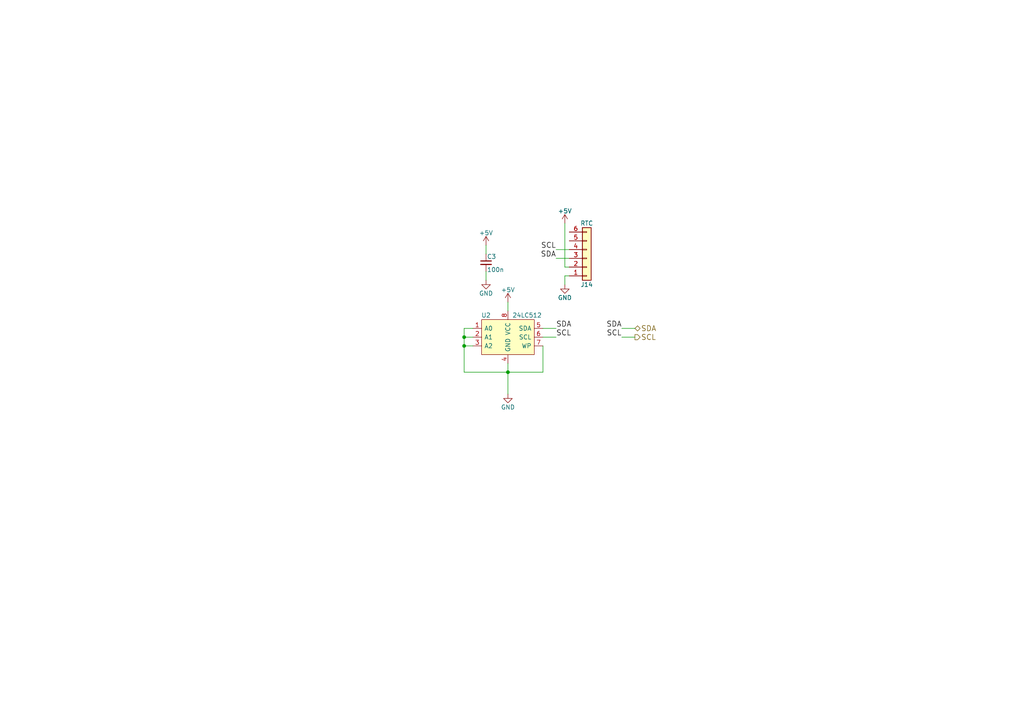
<source format=kicad_sch>
(kicad_sch (version 20230121) (generator eeschema)

  (uuid f581bb73-9b30-494e-a029-561fad72ae47)

  (paper "A4")

  (lib_symbols
    (symbol "bluepill-rescue:+5V" (power) (pin_names (offset 0)) (in_bom yes) (on_board yes)
      (property "Reference" "#PWR" (at 0 -3.81 0)
        (effects (font (size 1.27 1.27)) hide)
      )
      (property "Value" "+5V" (at 0 3.556 0)
        (effects (font (size 1.27 1.27)))
      )
      (property "Footprint" "" (at 0 0 0)
        (effects (font (size 1.27 1.27)) hide)
      )
      (property "Datasheet" "" (at 0 0 0)
        (effects (font (size 1.27 1.27)) hide)
      )
      (symbol "+5V_0_1"
        (polyline
          (pts
            (xy -0.762 1.27)
            (xy 0 2.54)
          )
          (stroke (width 0) (type solid))
          (fill (type none))
        )
        (polyline
          (pts
            (xy 0 0)
            (xy 0 2.54)
          )
          (stroke (width 0) (type solid))
          (fill (type none))
        )
        (polyline
          (pts
            (xy 0 2.54)
            (xy 0.762 1.27)
          )
          (stroke (width 0) (type solid))
          (fill (type none))
        )
      )
      (symbol "+5V_1_1"
        (pin power_in line (at 0 0 90) (length 0) hide
          (name "+5V" (effects (font (size 1.27 1.27))))
          (number "1" (effects (font (size 1.27 1.27))))
        )
      )
    )
    (symbol "bluepill-rescue:24LC512" (pin_names (offset 0.762)) (in_bom yes) (on_board yes)
      (property "Reference" "U" (at -6.35 6.35 0)
        (effects (font (size 1.27 1.27)))
      )
      (property "Value" "24LC512" (at 5.08 6.35 0)
        (effects (font (size 1.27 1.27)) hide)
      )
      (property "Footprint" "SOIC-8_3.9x4.9mm_Pitch1.27mm" (at 1.27 -6.35 0)
        (effects (font (size 1.27 1.27)) (justify left) hide)
      )
      (property "Datasheet" "" (at 0 -2.54 0)
        (effects (font (size 1.27 1.27)) hide)
      )
      (property "ki_fp_filters" "SOIC*" (at 0 0 0)
        (effects (font (size 1.27 1.27)) hide)
      )
      (symbol "24LC512_0_0"
        (pin power_in line (at 0 -7.62 90) (length 2.54)
          (name "GND" (effects (font (size 1.27 1.27))))
          (number "4" (effects (font (size 1.27 1.27))))
        )
        (pin power_in line (at 0 7.62 270) (length 2.54)
          (name "VCC" (effects (font (size 1.27 1.27))))
          (number "8" (effects (font (size 1.27 1.27))))
        )
      )
      (symbol "24LC512_1_1"
        (rectangle (start -7.62 5.08) (end 7.62 -5.08)
          (stroke (width 0) (type solid))
          (fill (type background))
        )
        (pin input line (at -10.16 2.54 0) (length 2.54)
          (name "A0" (effects (font (size 1.27 1.27))))
          (number "1" (effects (font (size 1.27 1.27))))
        )
        (pin input line (at -10.16 0 0) (length 2.54)
          (name "A1" (effects (font (size 1.27 1.27))))
          (number "2" (effects (font (size 1.27 1.27))))
        )
        (pin input line (at -10.16 -2.54 0) (length 2.54)
          (name "A2" (effects (font (size 1.27 1.27))))
          (number "3" (effects (font (size 1.27 1.27))))
        )
        (pin bidirectional line (at 10.16 2.54 180) (length 2.54)
          (name "SDA" (effects (font (size 1.27 1.27))))
          (number "5" (effects (font (size 1.27 1.27))))
        )
        (pin input line (at 10.16 0 180) (length 2.54)
          (name "SCL" (effects (font (size 1.27 1.27))))
          (number "6" (effects (font (size 1.27 1.27))))
        )
        (pin input line (at 10.16 -2.54 180) (length 2.54)
          (name "WP" (effects (font (size 1.27 1.27))))
          (number "7" (effects (font (size 1.27 1.27))))
        )
      )
    )
    (symbol "bluepill-rescue:C_Small" (pin_numbers hide) (pin_names (offset 0.254) hide) (in_bom yes) (on_board yes)
      (property "Reference" "C" (at 0.254 1.778 0)
        (effects (font (size 1.27 1.27)) (justify left))
      )
      (property "Value" "C_Small" (at 0.254 -2.032 0)
        (effects (font (size 1.27 1.27)) (justify left))
      )
      (property "Footprint" "" (at 0 0 0)
        (effects (font (size 1.27 1.27)) hide)
      )
      (property "Datasheet" "" (at 0 0 0)
        (effects (font (size 1.27 1.27)) hide)
      )
      (property "ki_fp_filters" "C_*" (at 0 0 0)
        (effects (font (size 1.27 1.27)) hide)
      )
      (symbol "C_Small_0_1"
        (polyline
          (pts
            (xy -1.524 -0.508)
            (xy 1.524 -0.508)
          )
          (stroke (width 0.3302) (type solid))
          (fill (type none))
        )
        (polyline
          (pts
            (xy -1.524 0.508)
            (xy 1.524 0.508)
          )
          (stroke (width 0.3048) (type solid))
          (fill (type none))
        )
      )
      (symbol "C_Small_1_1"
        (pin passive line (at 0 2.54 270) (length 2.032)
          (name "~" (effects (font (size 1.27 1.27))))
          (number "1" (effects (font (size 1.27 1.27))))
        )
        (pin passive line (at 0 -2.54 90) (length 2.032)
          (name "~" (effects (font (size 1.27 1.27))))
          (number "2" (effects (font (size 1.27 1.27))))
        )
      )
    )
    (symbol "bluepill-rescue:Conn_01x06" (pin_names (offset 1.016) hide) (in_bom yes) (on_board yes)
      (property "Reference" "J" (at 0 7.62 0)
        (effects (font (size 1.27 1.27)))
      )
      (property "Value" "Conn_01x06" (at 0 -10.16 0)
        (effects (font (size 1.27 1.27)))
      )
      (property "Footprint" "" (at 0 0 0)
        (effects (font (size 1.27 1.27)) hide)
      )
      (property "Datasheet" "" (at 0 0 0)
        (effects (font (size 1.27 1.27)) hide)
      )
      (property "ki_fp_filters" "Connector*:*_??x*mm* Connector*:*1x??x*mm* Pin?Header?Straight?1X* Pin?Header?Angled?1X* Socket?Strip?Straight?1X* Socket?Strip?Angled?1X*" (at 0 0 0)
        (effects (font (size 1.27 1.27)) hide)
      )
      (symbol "Conn_01x06_1_1"
        (rectangle (start -1.27 -7.493) (end 0 -7.747)
          (stroke (width 0.1524) (type solid))
          (fill (type none))
        )
        (rectangle (start -1.27 -4.953) (end 0 -5.207)
          (stroke (width 0.1524) (type solid))
          (fill (type none))
        )
        (rectangle (start -1.27 -2.413) (end 0 -2.667)
          (stroke (width 0.1524) (type solid))
          (fill (type none))
        )
        (rectangle (start -1.27 0.127) (end 0 -0.127)
          (stroke (width 0.1524) (type solid))
          (fill (type none))
        )
        (rectangle (start -1.27 2.667) (end 0 2.413)
          (stroke (width 0.1524) (type solid))
          (fill (type none))
        )
        (rectangle (start -1.27 5.207) (end 0 4.953)
          (stroke (width 0.1524) (type solid))
          (fill (type none))
        )
        (rectangle (start -1.27 6.35) (end 1.27 -8.89)
          (stroke (width 0.254) (type solid))
          (fill (type background))
        )
        (pin passive line (at -5.08 5.08 0) (length 3.81)
          (name "Pin_1" (effects (font (size 1.27 1.27))))
          (number "1" (effects (font (size 1.27 1.27))))
        )
        (pin passive line (at -5.08 2.54 0) (length 3.81)
          (name "Pin_2" (effects (font (size 1.27 1.27))))
          (number "2" (effects (font (size 1.27 1.27))))
        )
        (pin passive line (at -5.08 0 0) (length 3.81)
          (name "Pin_3" (effects (font (size 1.27 1.27))))
          (number "3" (effects (font (size 1.27 1.27))))
        )
        (pin passive line (at -5.08 -2.54 0) (length 3.81)
          (name "Pin_4" (effects (font (size 1.27 1.27))))
          (number "4" (effects (font (size 1.27 1.27))))
        )
        (pin passive line (at -5.08 -5.08 0) (length 3.81)
          (name "Pin_5" (effects (font (size 1.27 1.27))))
          (number "5" (effects (font (size 1.27 1.27))))
        )
        (pin passive line (at -5.08 -7.62 0) (length 3.81)
          (name "Pin_6" (effects (font (size 1.27 1.27))))
          (number "6" (effects (font (size 1.27 1.27))))
        )
      )
    )
    (symbol "bluepill-rescue:GND" (power) (pin_names (offset 0)) (in_bom yes) (on_board yes)
      (property "Reference" "#PWR" (at 0 -6.35 0)
        (effects (font (size 1.27 1.27)) hide)
      )
      (property "Value" "GND" (at 0 -3.81 0)
        (effects (font (size 1.27 1.27)))
      )
      (property "Footprint" "" (at 0 0 0)
        (effects (font (size 1.27 1.27)) hide)
      )
      (property "Datasheet" "" (at 0 0 0)
        (effects (font (size 1.27 1.27)) hide)
      )
      (symbol "GND_0_1"
        (polyline
          (pts
            (xy 0 0)
            (xy 0 -1.27)
            (xy 1.27 -1.27)
            (xy 0 -2.54)
            (xy -1.27 -1.27)
            (xy 0 -1.27)
          )
          (stroke (width 0) (type solid))
          (fill (type none))
        )
      )
      (symbol "GND_1_1"
        (pin power_in line (at 0 0 270) (length 0) hide
          (name "GND" (effects (font (size 1.27 1.27))))
          (number "1" (effects (font (size 1.27 1.27))))
        )
      )
    )
  )

  (junction (at 147.32 107.95) (diameter 0) (color 0 0 0 0)
    (uuid 71b2b710-9e66-4018-9805-872d31ee0a20)
  )
  (junction (at 134.62 97.79) (diameter 0) (color 0 0 0 0)
    (uuid 8154c1f8-3ddf-4a9c-89a5-9fb10dc8bf17)
  )
  (junction (at 134.62 100.33) (diameter 0) (color 0 0 0 0)
    (uuid ff58db4d-4027-45f8-8b35-a7af5d9a5f24)
  )

  (wire (pts (xy 163.83 77.47) (xy 163.83 64.77))
    (stroke (width 0) (type default))
    (uuid 21354662-43b6-48d7-ad0e-8e1019fd9331)
  )
  (wire (pts (xy 165.1 72.39) (xy 161.29 72.39))
    (stroke (width 0) (type default))
    (uuid 2cecb86c-90f6-4fcc-aad2-83c67d3f4cdd)
  )
  (wire (pts (xy 147.32 107.95) (xy 147.32 114.3))
    (stroke (width 0) (type default))
    (uuid 392fbdb1-8c66-4150-9232-1d168067e963)
  )
  (wire (pts (xy 137.16 97.79) (xy 134.62 97.79))
    (stroke (width 0) (type default))
    (uuid 4dd6b870-a142-49a5-a2e4-966b7e68b512)
  )
  (wire (pts (xy 165.1 80.01) (xy 163.83 80.01))
    (stroke (width 0) (type default))
    (uuid 593126ff-08de-4cfd-a6c4-17533a12f507)
  )
  (wire (pts (xy 137.16 100.33) (xy 134.62 100.33))
    (stroke (width 0) (type default))
    (uuid 5a979765-2592-4e79-8990-9409a0f3a96c)
  )
  (wire (pts (xy 134.62 107.95) (xy 147.32 107.95))
    (stroke (width 0) (type default))
    (uuid 5df0665d-944f-4ddb-b714-bc522468101a)
  )
  (wire (pts (xy 134.62 95.25) (xy 134.62 97.79))
    (stroke (width 0) (type default))
    (uuid 64e978ad-5926-4201-aac9-f7b22df4e4ed)
  )
  (wire (pts (xy 165.1 74.93) (xy 161.29 74.93))
    (stroke (width 0) (type default))
    (uuid 7129a281-5e4e-4353-a464-651ba3d9e0ed)
  )
  (wire (pts (xy 184.15 95.25) (xy 180.34 95.25))
    (stroke (width 0) (type default))
    (uuid 771fbeb5-82ea-4c94-a9e5-581f2b4f0ec4)
  )
  (wire (pts (xy 134.62 100.33) (xy 134.62 107.95))
    (stroke (width 0) (type default))
    (uuid 7ef55b64-7461-4e16-8864-5ce0dc1a91ab)
  )
  (wire (pts (xy 157.48 95.25) (xy 161.29 95.25))
    (stroke (width 0) (type default))
    (uuid 817e0e87-279e-4059-bcd1-b85a826b0ad1)
  )
  (wire (pts (xy 157.48 107.95) (xy 157.48 100.33))
    (stroke (width 0) (type default))
    (uuid 8d3ee381-2694-4ee7-8981-6e0a876dbaa3)
  )
  (wire (pts (xy 163.83 80.01) (xy 163.83 82.55))
    (stroke (width 0) (type default))
    (uuid 8ec48b86-4e57-491e-af27-d5c4fdcc52b1)
  )
  (wire (pts (xy 184.15 97.79) (xy 180.34 97.79))
    (stroke (width 0) (type default))
    (uuid 9b113e57-316f-492b-88ff-1d45e502a672)
  )
  (wire (pts (xy 140.97 71.12) (xy 140.97 73.66))
    (stroke (width 0) (type default))
    (uuid a092eb47-d2ce-4857-909e-3ef8a8978e83)
  )
  (wire (pts (xy 147.32 90.17) (xy 147.32 87.63))
    (stroke (width 0) (type default))
    (uuid a2f76e36-c60f-4d5e-8805-274b64ed021d)
  )
  (wire (pts (xy 157.48 97.79) (xy 161.29 97.79))
    (stroke (width 0) (type default))
    (uuid a6134154-1623-41c3-bdeb-ae1391a44976)
  )
  (wire (pts (xy 147.32 105.41) (xy 147.32 107.95))
    (stroke (width 0) (type default))
    (uuid ab543dd6-0510-4696-b395-baddce3851f2)
  )
  (wire (pts (xy 140.97 78.74) (xy 140.97 81.28))
    (stroke (width 0) (type default))
    (uuid b73e257f-5121-44c4-b187-4f8a6ce34c6a)
  )
  (wire (pts (xy 134.62 97.79) (xy 134.62 100.33))
    (stroke (width 0) (type default))
    (uuid d4b9faf1-45f0-4ecd-8155-f4d1276e2097)
  )
  (wire (pts (xy 147.32 107.95) (xy 157.48 107.95))
    (stroke (width 0) (type default))
    (uuid e47eab6f-760c-415a-952b-1813f8cebbe9)
  )
  (wire (pts (xy 165.1 77.47) (xy 163.83 77.47))
    (stroke (width 0) (type default))
    (uuid e73d23a4-f540-4b02-9158-6fd17ff3f383)
  )
  (wire (pts (xy 137.16 95.25) (xy 134.62 95.25))
    (stroke (width 0) (type default))
    (uuid f0b53e14-a074-4a47-a3c1-fe89d457d6cc)
  )

  (label "SCL" (at 161.29 72.39 180)
    (effects (font (size 1.524 1.524)) (justify right bottom))
    (uuid 3332b940-2174-497f-b6b3-af3cd2f25c14)
  )
  (label "SDA" (at 161.29 95.25 0)
    (effects (font (size 1.524 1.524)) (justify left bottom))
    (uuid 440e0afd-8155-4bb3-b0e5-5405d58c8a03)
  )
  (label "SDA" (at 161.29 74.93 180)
    (effects (font (size 1.524 1.524)) (justify right bottom))
    (uuid 467a50eb-1d89-4b1a-9636-0c9212caf90d)
  )
  (label "SDA" (at 180.34 95.25 180)
    (effects (font (size 1.524 1.524)) (justify right bottom))
    (uuid 52e3863b-54e5-41fb-8db4-1eb5f490306e)
  )
  (label "SCL" (at 180.34 97.79 180)
    (effects (font (size 1.524 1.524)) (justify right bottom))
    (uuid cd1bed8a-935d-4381-ae75-b0cab1c0f200)
  )
  (label "SCL" (at 161.29 97.79 0)
    (effects (font (size 1.524 1.524)) (justify left bottom))
    (uuid ed85a11f-b82c-4ab8-802e-925f1b4fd96e)
  )

  (hierarchical_label "SCL" (shape output) (at 184.15 97.79 0)
    (effects (font (size 1.524 1.524)) (justify left))
    (uuid 79120844-a91e-4273-9345-49ae6bf0cb03)
  )
  (hierarchical_label "SDA" (shape bidirectional) (at 184.15 95.25 0)
    (effects (font (size 1.524 1.524)) (justify left))
    (uuid d1e60de7-4f4b-4f15-be71-cb9b33e92f4a)
  )

  (symbol (lib_id "bluepill-rescue:24LC512") (at 147.32 97.79 0) (unit 1)
    (in_bom yes) (on_board yes) (dnp no)
    (uuid 00000000-0000-0000-0000-00005a5f322c)
    (property "Reference" "U2" (at 140.97 91.44 0)
      (effects (font (size 1.27 1.27)))
    )
    (property "Value" "24LC512" (at 148.59 91.44 0)
      (effects (font (size 1.27 1.27)) (justify left))
    )
    (property "Footprint" "Housings_DIP:DIP-8_W7.62mm_LongPads" (at 148.59 104.14 0)
      (effects (font (size 1.27 1.27)) (justify left) hide)
    )
    (property "Datasheet" "" (at 147.32 100.33 0)
      (effects (font (size 1.27 1.27)) hide)
    )
    (pin "4" (uuid a122e40f-172c-4e58-a47d-6a80f3cef0c6))
    (pin "8" (uuid 4ccfe432-d06c-4f1d-a479-769b82be227d))
    (pin "1" (uuid 94e64efb-57b5-4e00-af4b-240c357ea25b))
    (pin "2" (uuid 9c4e5331-1838-4eca-95fb-4a68734f8e18))
    (pin "3" (uuid df7d78f3-699d-4f72-aabf-bf3d58e115b0))
    (pin "5" (uuid 480ce967-108d-4c32-abc7-ce5cb14d9087))
    (pin "6" (uuid 2d9e87ff-7435-4308-be3b-3f2a35071c03))
    (pin "7" (uuid 96a359b7-256f-4663-b19d-19be6eda6073))
    (instances
      (project "bluepill"
        (path "/adb5ee44-0fe0-4fc5-9d8f-8db41ac8e69e/00000000-0000-0000-0000-00005a5f2f18"
          (reference "U2") (unit 1)
        )
      )
    )
  )

  (symbol (lib_id "bluepill-rescue:+5V") (at 147.32 87.63 0) (unit 1)
    (in_bom yes) (on_board yes) (dnp no)
    (uuid 00000000-0000-0000-0000-00005a5f3296)
    (property "Reference" "#PWR3" (at 147.32 91.44 0)
      (effects (font (size 1.27 1.27)) hide)
    )
    (property "Value" "+5V" (at 147.32 84.074 0)
      (effects (font (size 1.27 1.27)))
    )
    (property "Footprint" "" (at 147.32 87.63 0)
      (effects (font (size 1.27 1.27)) hide)
    )
    (property "Datasheet" "" (at 147.32 87.63 0)
      (effects (font (size 1.27 1.27)) hide)
    )
    (pin "1" (uuid e102c1c8-5da6-447c-ad14-e885f78877b7))
    (instances
      (project "bluepill"
        (path "/adb5ee44-0fe0-4fc5-9d8f-8db41ac8e69e/00000000-0000-0000-0000-00005a5f2f18"
          (reference "#PWR3") (unit 1)
        )
      )
    )
  )

  (symbol (lib_id "bluepill-rescue:GND") (at 147.32 114.3 0) (unit 1)
    (in_bom yes) (on_board yes) (dnp no)
    (uuid 00000000-0000-0000-0000-00005a5f32ac)
    (property "Reference" "#PWR4" (at 147.32 120.65 0)
      (effects (font (size 1.27 1.27)) hide)
    )
    (property "Value" "GND" (at 147.32 118.11 0)
      (effects (font (size 1.27 1.27)))
    )
    (property "Footprint" "" (at 147.32 114.3 0)
      (effects (font (size 1.27 1.27)) hide)
    )
    (property "Datasheet" "" (at 147.32 114.3 0)
      (effects (font (size 1.27 1.27)) hide)
    )
    (pin "1" (uuid 4fd8f427-75e1-4472-bc21-0f809dc7fb74))
    (instances
      (project "bluepill"
        (path "/adb5ee44-0fe0-4fc5-9d8f-8db41ac8e69e/00000000-0000-0000-0000-00005a5f2f18"
          (reference "#PWR4") (unit 1)
        )
      )
    )
  )

  (symbol (lib_id "bluepill-rescue:Conn_01x06") (at 170.18 74.93 0) (mirror x) (unit 1)
    (in_bom yes) (on_board yes) (dnp no)
    (uuid 00000000-0000-0000-0000-00005a604f2c)
    (property "Reference" "J14" (at 170.18 82.55 0)
      (effects (font (size 1.27 1.27)))
    )
    (property "Value" "RTC" (at 170.18 64.77 0)
      (effects (font (size 1.27 1.27)))
    )
    (property "Footprint" "Pin_Headers:Pin_Header_Straight_1x06_Pitch2.54mm" (at 170.18 74.93 0)
      (effects (font (size 1.27 1.27)) hide)
    )
    (property "Datasheet" "" (at 170.18 74.93 0)
      (effects (font (size 1.27 1.27)) hide)
    )
    (pin "1" (uuid 3b6c9267-44ca-425c-9658-9be3ffce080c))
    (pin "2" (uuid a70937d1-27c7-4c40-b899-ad91984130e7))
    (pin "3" (uuid 774fadcd-83c2-4a39-94b8-587bfc2ff60d))
    (pin "4" (uuid 59000c67-b6fb-43b3-b603-bfb5dae2cb4b))
    (pin "5" (uuid b7ab52a3-2f1b-4117-b0f8-3e424ca6dc1d))
    (pin "6" (uuid bc2e3096-085d-4831-ae24-da3f1a83770a))
    (instances
      (project "bluepill"
        (path "/adb5ee44-0fe0-4fc5-9d8f-8db41ac8e69e/00000000-0000-0000-0000-00005a5f2f18"
          (reference "J14") (unit 1)
        )
      )
    )
  )

  (symbol (lib_id "bluepill-rescue:GND") (at 163.83 82.55 0) (unit 1)
    (in_bom yes) (on_board yes) (dnp no)
    (uuid 00000000-0000-0000-0000-00005a604f8f)
    (property "Reference" "#PWR6" (at 163.83 88.9 0)
      (effects (font (size 1.27 1.27)) hide)
    )
    (property "Value" "GND" (at 163.83 86.36 0)
      (effects (font (size 1.27 1.27)))
    )
    (property "Footprint" "" (at 163.83 82.55 0)
      (effects (font (size 1.27 1.27)) hide)
    )
    (property "Datasheet" "" (at 163.83 82.55 0)
      (effects (font (size 1.27 1.27)) hide)
    )
    (pin "1" (uuid 4a151a17-632a-4f3f-b57c-078e32e42892))
    (instances
      (project "bluepill"
        (path "/adb5ee44-0fe0-4fc5-9d8f-8db41ac8e69e/00000000-0000-0000-0000-00005a5f2f18"
          (reference "#PWR6") (unit 1)
        )
      )
    )
  )

  (symbol (lib_id "bluepill-rescue:+5V") (at 163.83 64.77 0) (unit 1)
    (in_bom yes) (on_board yes) (dnp no)
    (uuid 00000000-0000-0000-0000-00005a6050c2)
    (property "Reference" "#PWR5" (at 163.83 68.58 0)
      (effects (font (size 1.27 1.27)) hide)
    )
    (property "Value" "+5V" (at 163.83 61.214 0)
      (effects (font (size 1.27 1.27)))
    )
    (property "Footprint" "" (at 163.83 64.77 0)
      (effects (font (size 1.27 1.27)) hide)
    )
    (property "Datasheet" "" (at 163.83 64.77 0)
      (effects (font (size 1.27 1.27)) hide)
    )
    (pin "1" (uuid 519eb23c-59f3-4569-bd58-447f95062f25))
    (instances
      (project "bluepill"
        (path "/adb5ee44-0fe0-4fc5-9d8f-8db41ac8e69e/00000000-0000-0000-0000-00005a5f2f18"
          (reference "#PWR5") (unit 1)
        )
      )
    )
  )

  (symbol (lib_id "bluepill-rescue:C_Small") (at 140.97 76.2 0) (unit 1)
    (in_bom yes) (on_board yes) (dnp no)
    (uuid 00000000-0000-0000-0000-00005a605271)
    (property "Reference" "C3" (at 141.224 74.422 0)
      (effects (font (size 1.27 1.27)) (justify left))
    )
    (property "Value" "100n" (at 141.224 78.232 0)
      (effects (font (size 1.27 1.27)) (justify left))
    )
    (property "Footprint" "Capacitors_SMD:C_0805" (at 140.97 76.2 0)
      (effects (font (size 1.27 1.27)) hide)
    )
    (property "Datasheet" "" (at 140.97 76.2 0)
      (effects (font (size 1.27 1.27)) hide)
    )
    (pin "1" (uuid 833467cd-9713-45b7-93f1-9223e5b9ba8b))
    (pin "2" (uuid d8aef917-5469-4c26-8856-ea278cd28f38))
    (instances
      (project "bluepill"
        (path "/adb5ee44-0fe0-4fc5-9d8f-8db41ac8e69e/00000000-0000-0000-0000-00005a5f2f18"
          (reference "C3") (unit 1)
        )
      )
    )
  )

  (symbol (lib_id "bluepill-rescue:+5V") (at 140.97 71.12 0) (unit 1)
    (in_bom yes) (on_board yes) (dnp no)
    (uuid 00000000-0000-0000-0000-00005a605277)
    (property "Reference" "#PWR1" (at 140.97 74.93 0)
      (effects (font (size 1.27 1.27)) hide)
    )
    (property "Value" "+5V" (at 140.97 67.564 0)
      (effects (font (size 1.27 1.27)))
    )
    (property "Footprint" "" (at 140.97 71.12 0)
      (effects (font (size 1.27 1.27)) hide)
    )
    (property "Datasheet" "" (at 140.97 71.12 0)
      (effects (font (size 1.27 1.27)) hide)
    )
    (pin "1" (uuid 2741fed0-dcbd-4bd6-9270-80c0f5b8cc09))
    (instances
      (project "bluepill"
        (path "/adb5ee44-0fe0-4fc5-9d8f-8db41ac8e69e/00000000-0000-0000-0000-00005a5f2f18"
          (reference "#PWR1") (unit 1)
        )
      )
    )
  )

  (symbol (lib_id "bluepill-rescue:GND") (at 140.97 81.28 0) (unit 1)
    (in_bom yes) (on_board yes) (dnp no)
    (uuid 00000000-0000-0000-0000-00005a60527d)
    (property "Reference" "#PWR2" (at 140.97 87.63 0)
      (effects (font (size 1.27 1.27)) hide)
    )
    (property "Value" "GND" (at 140.97 85.09 0)
      (effects (font (size 1.27 1.27)))
    )
    (property "Footprint" "" (at 140.97 81.28 0)
      (effects (font (size 1.27 1.27)) hide)
    )
    (property "Datasheet" "" (at 140.97 81.28 0)
      (effects (font (size 1.27 1.27)) hide)
    )
    (pin "1" (uuid 17e9150b-532d-44c6-9f65-271b09a6f474))
    (instances
      (project "bluepill"
        (path "/adb5ee44-0fe0-4fc5-9d8f-8db41ac8e69e/00000000-0000-0000-0000-00005a5f2f18"
          (reference "#PWR2") (unit 1)
        )
      )
    )
  )
)

</source>
